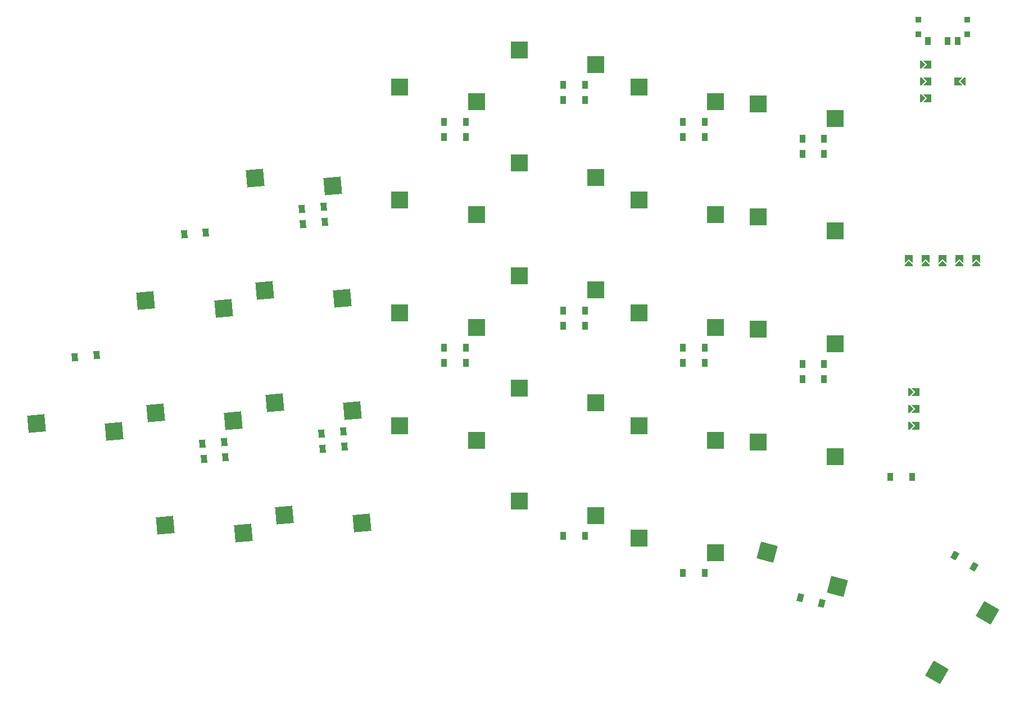
<source format=gbp>
%TF.GenerationSoftware,KiCad,Pcbnew,7.0.6-7.0.6~ubuntu20.04.1*%
%TF.CreationDate,2023-07-19T13:19:58+02:00*%
%TF.ProjectId,keyboard,6b657962-6f61-4726-942e-6b696361645f,v1.0.0*%
%TF.SameCoordinates,Original*%
%TF.FileFunction,Paste,Bot*%
%TF.FilePolarity,Positive*%
%FSLAX46Y46*%
G04 Gerber Fmt 4.6, Leading zero omitted, Abs format (unit mm)*
G04 Created by KiCad (PCBNEW 7.0.6-7.0.6~ubuntu20.04.1) date 2023-07-19 13:19:58*
%MOMM*%
%LPD*%
G01*
G04 APERTURE LIST*
G04 Aperture macros list*
%AMRotRect*
0 Rectangle, with rotation*
0 The origin of the aperture is its center*
0 $1 length*
0 $2 width*
0 $3 Rotation angle, in degrees counterclockwise*
0 Add horizontal line*
21,1,$1,$2,0,0,$3*%
%AMFreePoly0*
4,1,6,0.600000,0.200000,0.000000,-0.400000,-0.600000,0.200000,-0.600000,0.400000,0.600000,0.400000,0.600000,0.200000,0.600000,0.200000,$1*%
%AMFreePoly1*
4,1,6,0.600000,-0.250000,-0.600000,-0.250000,-0.600000,1.000000,0.000000,0.400000,0.600000,1.000000,0.600000,-0.250000,0.600000,-0.250000,$1*%
G04 Aperture macros list end*
%ADD10R,0.900000X0.900000*%
%ADD11R,0.900000X1.250000*%
%ADD12RotRect,0.900000X1.200000X345.000000*%
%ADD13R,0.900000X1.200000*%
%ADD14FreePoly0,90.000000*%
%ADD15FreePoly1,90.000000*%
%ADD16R,2.600000X2.600000*%
%ADD17FreePoly0,180.000000*%
%ADD18FreePoly1,180.000000*%
%ADD19RotRect,0.900000X1.200000X5.000000*%
%ADD20RotRect,2.600000X2.600000X185.000000*%
%ADD21FreePoly0,270.000000*%
%ADD22FreePoly1,270.000000*%
%ADD23RotRect,2.600000X2.600000X240.000000*%
%ADD24RotRect,0.900000X1.200000X330.000000*%
%ADD25RotRect,2.600000X2.600000X165.000000*%
G04 APERTURE END LIST*
D10*
%TO.C,T1*%
X169080487Y-36625888D03*
X169080487Y-38825888D03*
X176480487Y-36625888D03*
X176480487Y-38825888D03*
D11*
X170530487Y-39800888D03*
X173530487Y-39800888D03*
X175030487Y-39800888D03*
%TD*%
D12*
%TO.C,D14*%
X151357346Y-123682173D03*
X154544902Y-124536275D03*
%TD*%
D13*
%TO.C,D26*%
X151630493Y-90825897D03*
X154930493Y-90825897D03*
%TD*%
D14*
%TO.C,J2*%
X168022501Y-95255901D03*
D15*
X169038501Y-95255901D03*
%TD*%
D16*
%TO.C,S16*%
X120555496Y-60365899D03*
X109005496Y-58165899D03*
%TD*%
D17*
%TO.C,J19*%
X177860491Y-73333897D03*
D18*
X177860491Y-72317897D03*
%TD*%
D13*
%TO.C,D6*%
X115630492Y-114415887D03*
X118930492Y-114415887D03*
%TD*%
%TO.C,D13*%
X151630493Y-54525895D03*
X154930493Y-54525895D03*
%TD*%
D19*
%TO.C,D19*%
X76438676Y-67401129D03*
X79726118Y-67113515D03*
%TD*%
D20*
%TO.C,S1*%
X47978936Y-98650461D03*
X36281145Y-97465482D03*
%TD*%
D13*
%TO.C,D23*%
X115630494Y-48715883D03*
X118930494Y-48715883D03*
%TD*%
D14*
%TO.C,J9*%
X169772494Y-48475887D03*
D15*
X170788494Y-48475887D03*
%TD*%
D13*
%TO.C,D24*%
X133630488Y-88325890D03*
X136930488Y-88325890D03*
%TD*%
D17*
%TO.C,J17*%
X172780503Y-73333888D03*
D18*
X172780503Y-72317888D03*
%TD*%
D20*
%TO.C,S4*%
X64428797Y-80146351D03*
X52731006Y-78961372D03*
%TD*%
D13*
%TO.C,D7*%
X115630496Y-80415891D03*
X118930496Y-80415891D03*
%TD*%
%TO.C,D27*%
X151630495Y-56825893D03*
X154930495Y-56825893D03*
%TD*%
D19*
%TO.C,D1*%
X61270005Y-100549303D03*
X64557447Y-100261689D03*
%TD*%
D20*
%TO.C,S6*%
X83841934Y-95512876D03*
X72144143Y-94327897D03*
%TD*%
D17*
%TO.C,J16*%
X170240500Y-73333880D03*
D18*
X170240500Y-72317880D03*
%TD*%
D16*
%TO.C,S21*%
X138555498Y-65975885D03*
X127005498Y-63775885D03*
%TD*%
%TO.C,S12*%
X102555493Y-48975891D03*
X91005493Y-46775891D03*
%TD*%
D19*
%TO.C,D3*%
X76238210Y-65109875D03*
X79525652Y-64822261D03*
%TD*%
D16*
%TO.C,S18*%
X138555498Y-116975891D03*
X127005498Y-114775891D03*
%TD*%
D21*
%TO.C,J10*%
X175788493Y-45925883D03*
D22*
X174772493Y-45925883D03*
%TD*%
D16*
%TO.C,S9*%
X102555497Y-99975882D03*
X91005497Y-97775882D03*
%TD*%
D19*
%TO.C,D18*%
X79401971Y-101271753D03*
X82689413Y-100984139D03*
%TD*%
D20*
%TO.C,S8*%
X80878646Y-61642244D03*
X69180855Y-60457265D03*
%TD*%
D19*
%TO.C,D2*%
X79201507Y-98980500D03*
X82488949Y-98692886D03*
%TD*%
D13*
%TO.C,D12*%
X151630504Y-88525880D03*
X154930504Y-88525880D03*
%TD*%
D20*
%TO.C,S5*%
X85323582Y-112448172D03*
X73625791Y-111263193D03*
%TD*%
D17*
%TO.C,J18*%
X175320498Y-73333884D03*
D18*
X175320498Y-72317884D03*
%TD*%
D19*
%TO.C,D17*%
X58507169Y-68969922D03*
X61794611Y-68682308D03*
%TD*%
D16*
%TO.C,S13*%
X120555488Y-111365884D03*
X109005488Y-109165884D03*
%TD*%
D19*
%TO.C,D16*%
X61470466Y-102840548D03*
X64757908Y-102552934D03*
%TD*%
D16*
%TO.C,S10*%
X102555505Y-82975889D03*
X91005505Y-80775889D03*
%TD*%
%TO.C,S22*%
X138555507Y-48975887D03*
X127005507Y-46775887D03*
%TD*%
D19*
%TO.C,D15*%
X42057314Y-87474046D03*
X45344756Y-87186432D03*
%TD*%
D13*
%TO.C,D11*%
X133630489Y-52025889D03*
X136930489Y-52025889D03*
%TD*%
D20*
%TO.C,S2*%
X67392090Y-114016966D03*
X55694299Y-112831987D03*
%TD*%
D16*
%TO.C,S11*%
X102555498Y-65975887D03*
X91005498Y-63775887D03*
%TD*%
D20*
%TO.C,S7*%
X82360304Y-78577544D03*
X70662513Y-77392565D03*
%TD*%
D16*
%TO.C,S17*%
X120555491Y-43365894D03*
X109005491Y-41165894D03*
%TD*%
%TO.C,S25*%
X156555498Y-68475880D03*
X145005498Y-66275880D03*
%TD*%
D23*
%TO.C,S28*%
X179555591Y-126043531D03*
X171875335Y-134946124D03*
%TD*%
D14*
%TO.C,J7*%
X169772489Y-43375888D03*
D15*
X170788489Y-43375888D03*
%TD*%
D14*
%TO.C,J1*%
X168022493Y-92715894D03*
D15*
X169038493Y-92715894D03*
%TD*%
D14*
%TO.C,J3*%
X168022493Y-97795880D03*
D15*
X169038493Y-97795880D03*
%TD*%
D16*
%TO.C,S19*%
X138555496Y-99975885D03*
X127005496Y-97775885D03*
%TD*%
%TO.C,S15*%
X120555491Y-77365889D03*
X109005491Y-75165889D03*
%TD*%
%TO.C,S20*%
X138555491Y-82975890D03*
X127005491Y-80775890D03*
%TD*%
D20*
%TO.C,S3*%
X65910440Y-97081655D03*
X54212649Y-95896676D03*
%TD*%
D24*
%TO.C,D28*%
X174607779Y-117413401D03*
X177465663Y-119063401D03*
%TD*%
D13*
%TO.C,D10*%
X133630504Y-86025886D03*
X136930504Y-86025886D03*
%TD*%
%TO.C,D29*%
X164880485Y-105525879D03*
X168180485Y-105525879D03*
%TD*%
D16*
%TO.C,S26*%
X156555492Y-51475890D03*
X145005492Y-49275890D03*
%TD*%
D13*
%TO.C,D5*%
X97630498Y-52025887D03*
X100930498Y-52025887D03*
%TD*%
%TO.C,D25*%
X133630489Y-54325891D03*
X136930489Y-54325891D03*
%TD*%
D25*
%TO.C,S27*%
X156903933Y-122010782D03*
X146316891Y-116896385D03*
%TD*%
D13*
%TO.C,D21*%
X97630499Y-54325891D03*
X100930499Y-54325891D03*
%TD*%
D16*
%TO.C,S14*%
X120555499Y-94365883D03*
X109005499Y-92165883D03*
%TD*%
%TO.C,S23*%
X156555494Y-102475887D03*
X145005494Y-100275887D03*
%TD*%
D13*
%TO.C,D20*%
X97630488Y-88325890D03*
X100930488Y-88325890D03*
%TD*%
D14*
%TO.C,J8*%
X169772497Y-45925881D03*
D15*
X170788497Y-45925881D03*
%TD*%
D13*
%TO.C,D9*%
X133630498Y-120025891D03*
X136930498Y-120025891D03*
%TD*%
D16*
%TO.C,S20*%
X156557680Y-85472957D03*
X145007680Y-83272957D03*
%TD*%
D13*
%TO.C,D8*%
X115630497Y-46415892D03*
X118930497Y-46415892D03*
%TD*%
D17*
%TO.C,J15*%
X167700503Y-73333895D03*
D18*
X167700503Y-72317895D03*
%TD*%
D13*
%TO.C,D4*%
X97630499Y-86025901D03*
X100930499Y-86025901D03*
%TD*%
%TO.C,D22*%
X115630498Y-82715890D03*
X118930498Y-82715890D03*
%TD*%
M02*

</source>
